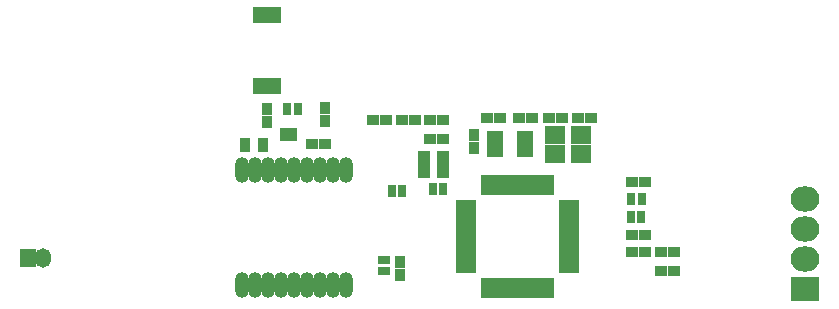
<source format=gbr>
G04 #@! TF.FileFunction,Soldermask,Bot*
%FSLAX46Y46*%
G04 Gerber Fmt 4.6, Leading zero omitted, Abs format (unit mm)*
G04 Created by KiCad (PCBNEW 4.0.5+dfsg1-4~bpo8+1) date Wed Feb  7 22:28:11 2018*
%MOMM*%
%LPD*%
G01*
G04 APERTURE LIST*
%ADD10C,0.100000*%
%ADD11R,0.670000X0.725000*%
%ADD12O,1.200000X2.200000*%
%ADD13R,2.400000X1.400000*%
%ADD14R,1.350000X1.650000*%
%ADD15O,1.350000X1.650000*%
%ADD16R,1.000000X0.900000*%
%ADD17R,0.900000X1.000000*%
%ADD18R,0.900000X1.300000*%
%ADD19R,0.800000X1.000000*%
%ADD20R,1.100000X0.650000*%
%ADD21R,1.400000X2.200000*%
%ADD22R,2.432000X2.127200*%
%ADD23O,2.432000X2.127200*%
%ADD24R,1.000000X0.800000*%
%ADD25R,0.650000X1.700000*%
%ADD26R,1.700000X0.650000*%
%ADD27R,1.800000X1.600000*%
G04 APERTURE END LIST*
D10*
D11*
X145100000Y-112545000D03*
X144700000Y-112545000D03*
X144300000Y-112545000D03*
X144300000Y-112095000D03*
X144700000Y-112095000D03*
X145100000Y-112095000D03*
D12*
X140770000Y-115390000D03*
X141870000Y-115390000D03*
X142970000Y-115390000D03*
X144070000Y-115390000D03*
X145170000Y-115390000D03*
X146270000Y-115390000D03*
X147370000Y-115390000D03*
X148470000Y-115390000D03*
X149570000Y-115390000D03*
X149570000Y-125090000D03*
X148470000Y-125090000D03*
X147370000Y-125090000D03*
X146270000Y-125090000D03*
X145170000Y-125090000D03*
X144070000Y-125090000D03*
X142970000Y-125090000D03*
X141870000Y-125090000D03*
X140770000Y-125090000D03*
D13*
X142830000Y-108240000D03*
X142830000Y-102240000D03*
D14*
X122630000Y-122770000D03*
D15*
X123880000Y-122770000D03*
D16*
X173730000Y-116330000D03*
X174830000Y-116330000D03*
X173750000Y-122300000D03*
X174850000Y-122300000D03*
X162590000Y-110930000D03*
X161490000Y-110930000D03*
X165270000Y-110950000D03*
X164170000Y-110950000D03*
D17*
X147800000Y-110140000D03*
X147800000Y-111240000D03*
X142830000Y-110170000D03*
X142830000Y-111270000D03*
D16*
X146690000Y-113110000D03*
X147790000Y-113110000D03*
X157780000Y-111100000D03*
X156680000Y-111100000D03*
X151870000Y-111100000D03*
X152970000Y-111100000D03*
X154270000Y-111100000D03*
X155370000Y-111100000D03*
X157790000Y-112700000D03*
X156690000Y-112700000D03*
D18*
X142530000Y-113200000D03*
X141030000Y-113200000D03*
D19*
X174580000Y-117790000D03*
X173680000Y-117790000D03*
X145470000Y-110190000D03*
X144570000Y-110190000D03*
X156890000Y-116920000D03*
X157790000Y-116920000D03*
X154310000Y-117090000D03*
X153410000Y-117090000D03*
D20*
X156170000Y-115650000D03*
X156170000Y-115250000D03*
X156170000Y-114850000D03*
X156170000Y-114450000D03*
X156170000Y-114050000D03*
X157770000Y-114050000D03*
X157770000Y-114450000D03*
X157770000Y-114850000D03*
X157770000Y-115250000D03*
X157770000Y-115650000D03*
D21*
X164670000Y-113190000D03*
X162170000Y-113190000D03*
D22*
X188440000Y-125430000D03*
D23*
X188440000Y-122890000D03*
X188440000Y-120350000D03*
X188440000Y-117810000D03*
D17*
X154170000Y-123110000D03*
X154170000Y-124210000D03*
X160420000Y-113490000D03*
X160420000Y-112390000D03*
D16*
X176230000Y-122300000D03*
X177330000Y-122300000D03*
X166750000Y-110960000D03*
X167850000Y-110960000D03*
X170310000Y-110960000D03*
X169210000Y-110960000D03*
X177340000Y-123860000D03*
X176240000Y-123860000D03*
X174830000Y-120890000D03*
X173730000Y-120890000D03*
D19*
X173660000Y-119370000D03*
X174560000Y-119370000D03*
D24*
X152800000Y-123890000D03*
X152800000Y-122990000D03*
D25*
X161350000Y-116620000D03*
X161850000Y-116620000D03*
X162350000Y-116620000D03*
X162850000Y-116620000D03*
X163350000Y-116620000D03*
X163850000Y-116620000D03*
X164350000Y-116620000D03*
X164850000Y-116620000D03*
X165350000Y-116620000D03*
X165850000Y-116620000D03*
X166350000Y-116620000D03*
X166850000Y-116620000D03*
D26*
X168450000Y-118220000D03*
X168450000Y-118720000D03*
X168450000Y-119220000D03*
X168450000Y-119720000D03*
X168450000Y-120220000D03*
X168450000Y-120720000D03*
X168450000Y-121220000D03*
X168450000Y-121720000D03*
X168450000Y-122220000D03*
X168450000Y-122720000D03*
X168450000Y-123220000D03*
X168450000Y-123720000D03*
D25*
X166850000Y-125320000D03*
X166350000Y-125320000D03*
X165850000Y-125320000D03*
X165350000Y-125320000D03*
X164850000Y-125320000D03*
X164350000Y-125320000D03*
X163850000Y-125320000D03*
X163350000Y-125320000D03*
X162850000Y-125320000D03*
X162350000Y-125320000D03*
X161850000Y-125320000D03*
X161350000Y-125320000D03*
D26*
X159750000Y-123720000D03*
X159750000Y-123220000D03*
X159750000Y-122720000D03*
X159750000Y-122220000D03*
X159750000Y-121720000D03*
X159750000Y-121220000D03*
X159750000Y-120720000D03*
X159750000Y-120220000D03*
X159750000Y-119720000D03*
X159750000Y-119220000D03*
X159750000Y-118720000D03*
X159750000Y-118220000D03*
D27*
X167290000Y-112410000D03*
X169490000Y-112410000D03*
X167290000Y-114010000D03*
X169490000Y-114010000D03*
M02*

</source>
